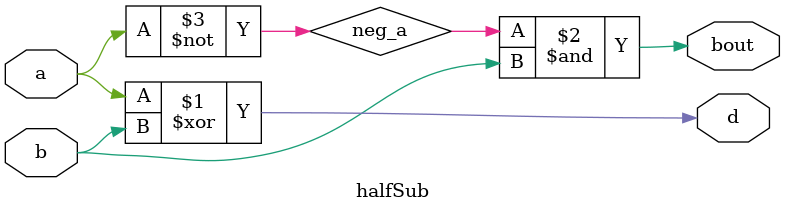
<source format=v>
`timescale 1ns / 1ps
module halfSub(
    input a,
    input b,
    output d,
    output bout
    );
wire neg_a;
xor(d,a,b);
not(neg_a,a);
and(bout,neg_a,b);
endmodule

</source>
